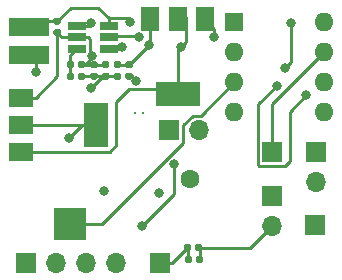
<source format=gbr>
%TF.GenerationSoftware,KiCad,Pcbnew,(5.1.6)-1*%
%TF.CreationDate,2020-10-15T17:46:37+08:00*%
%TF.ProjectId,Music_Player,4d757369-635f-4506-9c61-7965722e6b69,rev?*%
%TF.SameCoordinates,Original*%
%TF.FileFunction,Copper,L1,Top*%
%TF.FilePolarity,Positive*%
%FSLAX46Y46*%
G04 Gerber Fmt 4.6, Leading zero omitted, Abs format (unit mm)*
G04 Created by KiCad (PCBNEW (5.1.6)-1) date 2020-10-15 17:46:37*
%MOMM*%
%LPD*%
G01*
G04 APERTURE LIST*
%TA.AperFunction,ComponentPad*%
%ADD10C,0.320000*%
%TD*%
%TA.AperFunction,SMDPad,CuDef*%
%ADD11R,1.500000X2.000000*%
%TD*%
%TA.AperFunction,SMDPad,CuDef*%
%ADD12R,3.800000X2.000000*%
%TD*%
%TA.AperFunction,SMDPad,CuDef*%
%ADD13R,2.000000X1.500000*%
%TD*%
%TA.AperFunction,SMDPad,CuDef*%
%ADD14R,2.000000X3.800000*%
%TD*%
%TA.AperFunction,SMDPad,CuDef*%
%ADD15R,1.560000X0.650000*%
%TD*%
%TA.AperFunction,ComponentPad*%
%ADD16O,1.600000X1.600000*%
%TD*%
%TA.AperFunction,ComponentPad*%
%ADD17R,1.600000X1.600000*%
%TD*%
%TA.AperFunction,SMDPad,CuDef*%
%ADD18R,3.500000X1.600000*%
%TD*%
%TA.AperFunction,ComponentPad*%
%ADD19R,1.700000X1.700000*%
%TD*%
%TA.AperFunction,ComponentPad*%
%ADD20O,1.700000X1.700000*%
%TD*%
%TA.AperFunction,ComponentPad*%
%ADD21C,1.600000*%
%TD*%
%TA.AperFunction,ComponentPad*%
%ADD22R,2.700000X2.700000*%
%TD*%
%TA.AperFunction,ViaPad*%
%ADD23C,0.800000*%
%TD*%
%TA.AperFunction,Conductor*%
%ADD24C,0.250000*%
%TD*%
G04 APERTURE END LIST*
D10*
%TO.P,Y1,2*%
%TO.N,Net-(U2-Pad2)*%
X21700000Y-19300000D03*
%TO.P,Y1,1*%
%TO.N,Net-(U2-Pad1)*%
X21000000Y-19300000D03*
%TD*%
D11*
%TO.P,U5,1*%
%TO.N,GND*%
X26900000Y-11350000D03*
%TO.P,U5,3*%
%TO.N,Net-(C5-Pad1)*%
X22300000Y-11350000D03*
%TO.P,U5,2*%
%TO.N,+3V3*%
X24600000Y-11350000D03*
D12*
X24600000Y-17650000D03*
%TD*%
D13*
%TO.P,U4,1*%
%TO.N,GND*%
X11350000Y-18000000D03*
%TO.P,U4,3*%
%TO.N,+3V3*%
X11350000Y-22600000D03*
%TO.P,U4,2*%
%TO.N,CVDD*%
X11350000Y-20300000D03*
D14*
%TO.P,U4,4*%
X17650000Y-20300000D03*
%TD*%
D15*
%TO.P,U3,5*%
%TO.N,Net-(C3-Pad2)*%
X18750000Y-12900000D03*
%TO.P,U3,6*%
%TO.N,/BAT_PWR*%
X18750000Y-11950000D03*
%TO.P,U3,4*%
X18750000Y-13850000D03*
%TO.P,U3,3*%
%TO.N,Net-(R5-Pad1)*%
X16050000Y-13850000D03*
%TO.P,U3,2*%
%TO.N,GND*%
X16050000Y-12900000D03*
%TO.P,U3,1*%
%TO.N,Net-(L1-Pad2)*%
X16050000Y-11950000D03*
%TD*%
D16*
%TO.P,U2,8*%
%TO.N,+3V3*%
X37020000Y-11600000D03*
%TO.P,U2,4*%
%TO.N,GND*%
X29400000Y-19220000D03*
%TO.P,U2,7*%
%TO.N,/RTC_OUT*%
X37020000Y-14140000D03*
%TO.P,U2,3*%
%TO.N,Net-(BT1-Pad1)*%
X29400000Y-16680000D03*
%TO.P,U2,6*%
%TO.N,Net-(J1-Pad2)*%
X37020000Y-16680000D03*
%TO.P,U2,2*%
%TO.N,Net-(U2-Pad2)*%
X29400000Y-14140000D03*
%TO.P,U2,5*%
%TO.N,Net-(J1-Pad1)*%
X37020000Y-19220000D03*
D17*
%TO.P,U2,1*%
%TO.N,Net-(U2-Pad1)*%
X29400000Y-11600000D03*
%TD*%
%TO.P,R6,2*%
%TO.N,Net-(R5-Pad1)*%
%TA.AperFunction,SMDPad,CuDef*%
G36*
G01*
X15810000Y-15027500D02*
X15810000Y-15372500D01*
G75*
G02*
X15662500Y-15520000I-147500J0D01*
G01*
X15367500Y-15520000D01*
G75*
G02*
X15220000Y-15372500I0J147500D01*
G01*
X15220000Y-15027500D01*
G75*
G02*
X15367500Y-14880000I147500J0D01*
G01*
X15662500Y-14880000D01*
G75*
G02*
X15810000Y-15027500I0J-147500D01*
G01*
G37*
%TD.AperFunction*%
%TO.P,R6,1*%
%TO.N,GND*%
%TA.AperFunction,SMDPad,CuDef*%
G36*
G01*
X16780000Y-15027500D02*
X16780000Y-15372500D01*
G75*
G02*
X16632500Y-15520000I-147500J0D01*
G01*
X16337500Y-15520000D01*
G75*
G02*
X16190000Y-15372500I0J147500D01*
G01*
X16190000Y-15027500D01*
G75*
G02*
X16337500Y-14880000I147500J0D01*
G01*
X16632500Y-14880000D01*
G75*
G02*
X16780000Y-15027500I0J-147500D01*
G01*
G37*
%TD.AperFunction*%
%TD*%
%TO.P,R5,2*%
%TO.N,Net-(C3-Pad2)*%
%TA.AperFunction,SMDPad,CuDef*%
G36*
G01*
X16190000Y-16372500D02*
X16190000Y-16027500D01*
G75*
G02*
X16337500Y-15880000I147500J0D01*
G01*
X16632500Y-15880000D01*
G75*
G02*
X16780000Y-16027500I0J-147500D01*
G01*
X16780000Y-16372500D01*
G75*
G02*
X16632500Y-16520000I-147500J0D01*
G01*
X16337500Y-16520000D01*
G75*
G02*
X16190000Y-16372500I0J147500D01*
G01*
G37*
%TD.AperFunction*%
%TO.P,R5,1*%
%TO.N,Net-(R5-Pad1)*%
%TA.AperFunction,SMDPad,CuDef*%
G36*
G01*
X15220000Y-16372500D02*
X15220000Y-16027500D01*
G75*
G02*
X15367500Y-15880000I147500J0D01*
G01*
X15662500Y-15880000D01*
G75*
G02*
X15810000Y-16027500I0J-147500D01*
G01*
X15810000Y-16372500D01*
G75*
G02*
X15662500Y-16520000I-147500J0D01*
G01*
X15367500Y-16520000D01*
G75*
G02*
X15220000Y-16372500I0J147500D01*
G01*
G37*
%TD.AperFunction*%
%TD*%
D18*
%TO.P,L1,2*%
%TO.N,Net-(L1-Pad2)*%
X12000000Y-14400000D03*
%TO.P,L1,1*%
%TO.N,/BAT_PWR*%
X12000000Y-12000000D03*
%TD*%
D19*
%TO.P,J7,1*%
%TO.N,/RTC_OUT*%
X32600000Y-22600000D03*
%TD*%
%TO.P,J6,1*%
%TO.N,+3V3*%
X36200000Y-28800000D03*
%TD*%
%TO.P,J5,1*%
%TO.N,CVDD*%
X23100000Y-32000000D03*
%TD*%
D20*
%TO.P,J4,4*%
%TO.N,/BAT_D1*%
X19420000Y-32000000D03*
%TO.P,J4,3*%
%TO.N,/BAT_D2*%
X16880000Y-32000000D03*
%TO.P,J4,2*%
%TO.N,/BAT_D3*%
X14340000Y-32000000D03*
D19*
%TO.P,J4,1*%
%TO.N,/BAT_D4*%
X11800000Y-32000000D03*
%TD*%
D20*
%TO.P,J3,2*%
%TO.N,GND*%
X36300000Y-25140000D03*
D19*
%TO.P,J3,1*%
%TO.N,VBUS*%
X36300000Y-22600000D03*
%TD*%
D20*
%TO.P,J2,2*%
%TO.N,GND*%
X32600000Y-28840000D03*
D19*
%TO.P,J2,1*%
%TO.N,/bat_+*%
X32600000Y-26300000D03*
%TD*%
D20*
%TO.P,J1,2*%
%TO.N,Net-(J1-Pad2)*%
X26440000Y-20700000D03*
D19*
%TO.P,J1,1*%
%TO.N,Net-(J1-Pad1)*%
X23900000Y-20700000D03*
%TD*%
%TO.P,D3,2*%
%TO.N,Net-(C5-Pad1)*%
%TA.AperFunction,SMDPad,CuDef*%
G36*
G01*
X20672500Y-15510000D02*
X20327500Y-15510000D01*
G75*
G02*
X20180000Y-15362500I0J147500D01*
G01*
X20180000Y-15067500D01*
G75*
G02*
X20327500Y-14920000I147500J0D01*
G01*
X20672500Y-14920000D01*
G75*
G02*
X20820000Y-15067500I0J-147500D01*
G01*
X20820000Y-15362500D01*
G75*
G02*
X20672500Y-15510000I-147500J0D01*
G01*
G37*
%TD.AperFunction*%
%TO.P,D3,1*%
%TO.N,+5V*%
%TA.AperFunction,SMDPad,CuDef*%
G36*
G01*
X20672500Y-16480000D02*
X20327500Y-16480000D01*
G75*
G02*
X20180000Y-16332500I0J147500D01*
G01*
X20180000Y-16037500D01*
G75*
G02*
X20327500Y-15890000I147500J0D01*
G01*
X20672500Y-15890000D01*
G75*
G02*
X20820000Y-16037500I0J-147500D01*
G01*
X20820000Y-16332500D01*
G75*
G02*
X20672500Y-16480000I-147500J0D01*
G01*
G37*
%TD.AperFunction*%
%TD*%
%TO.P,D2,2*%
%TO.N,Net-(C5-Pad1)*%
%TA.AperFunction,SMDPad,CuDef*%
G36*
G01*
X19672500Y-15510000D02*
X19327500Y-15510000D01*
G75*
G02*
X19180000Y-15362500I0J147500D01*
G01*
X19180000Y-15067500D01*
G75*
G02*
X19327500Y-14920000I147500J0D01*
G01*
X19672500Y-14920000D01*
G75*
G02*
X19820000Y-15067500I0J-147500D01*
G01*
X19820000Y-15362500D01*
G75*
G02*
X19672500Y-15510000I-147500J0D01*
G01*
G37*
%TD.AperFunction*%
%TO.P,D2,1*%
%TO.N,Net-(C3-Pad2)*%
%TA.AperFunction,SMDPad,CuDef*%
G36*
G01*
X19672500Y-16480000D02*
X19327500Y-16480000D01*
G75*
G02*
X19180000Y-16332500I0J147500D01*
G01*
X19180000Y-16037500D01*
G75*
G02*
X19327500Y-15890000I147500J0D01*
G01*
X19672500Y-15890000D01*
G75*
G02*
X19820000Y-16037500I0J-147500D01*
G01*
X19820000Y-16332500D01*
G75*
G02*
X19672500Y-16480000I-147500J0D01*
G01*
G37*
%TD.AperFunction*%
%TD*%
%TO.P,C8,2*%
%TO.N,GND*%
%TA.AperFunction,SMDPad,CuDef*%
G36*
G01*
X26190000Y-31872500D02*
X26190000Y-31527500D01*
G75*
G02*
X26337500Y-31380000I147500J0D01*
G01*
X26632500Y-31380000D01*
G75*
G02*
X26780000Y-31527500I0J-147500D01*
G01*
X26780000Y-31872500D01*
G75*
G02*
X26632500Y-32020000I-147500J0D01*
G01*
X26337500Y-32020000D01*
G75*
G02*
X26190000Y-31872500I0J147500D01*
G01*
G37*
%TD.AperFunction*%
%TO.P,C8,1*%
%TO.N,CVDD*%
%TA.AperFunction,SMDPad,CuDef*%
G36*
G01*
X25220000Y-31872500D02*
X25220000Y-31527500D01*
G75*
G02*
X25367500Y-31380000I147500J0D01*
G01*
X25662500Y-31380000D01*
G75*
G02*
X25810000Y-31527500I0J-147500D01*
G01*
X25810000Y-31872500D01*
G75*
G02*
X25662500Y-32020000I-147500J0D01*
G01*
X25367500Y-32020000D01*
G75*
G02*
X25220000Y-31872500I0J147500D01*
G01*
G37*
%TD.AperFunction*%
%TD*%
%TO.P,C7,2*%
%TO.N,GND*%
%TA.AperFunction,SMDPad,CuDef*%
G36*
G01*
X26090000Y-30872500D02*
X26090000Y-30527500D01*
G75*
G02*
X26237500Y-30380000I147500J0D01*
G01*
X26532500Y-30380000D01*
G75*
G02*
X26680000Y-30527500I0J-147500D01*
G01*
X26680000Y-30872500D01*
G75*
G02*
X26532500Y-31020000I-147500J0D01*
G01*
X26237500Y-31020000D01*
G75*
G02*
X26090000Y-30872500I0J147500D01*
G01*
G37*
%TD.AperFunction*%
%TO.P,C7,1*%
%TO.N,CVDD*%
%TA.AperFunction,SMDPad,CuDef*%
G36*
G01*
X25120000Y-30872500D02*
X25120000Y-30527500D01*
G75*
G02*
X25267500Y-30380000I147500J0D01*
G01*
X25562500Y-30380000D01*
G75*
G02*
X25710000Y-30527500I0J-147500D01*
G01*
X25710000Y-30872500D01*
G75*
G02*
X25562500Y-31020000I-147500J0D01*
G01*
X25267500Y-31020000D01*
G75*
G02*
X25120000Y-30872500I0J147500D01*
G01*
G37*
%TD.AperFunction*%
%TD*%
%TO.P,C4,2*%
%TO.N,Net-(C3-Pad2)*%
%TA.AperFunction,SMDPad,CuDef*%
G36*
G01*
X18327500Y-15875000D02*
X18672500Y-15875000D01*
G75*
G02*
X18820000Y-16022500I0J-147500D01*
G01*
X18820000Y-16317500D01*
G75*
G02*
X18672500Y-16465000I-147500J0D01*
G01*
X18327500Y-16465000D01*
G75*
G02*
X18180000Y-16317500I0J147500D01*
G01*
X18180000Y-16022500D01*
G75*
G02*
X18327500Y-15875000I147500J0D01*
G01*
G37*
%TD.AperFunction*%
%TO.P,C4,1*%
%TO.N,GND*%
%TA.AperFunction,SMDPad,CuDef*%
G36*
G01*
X18327500Y-14905000D02*
X18672500Y-14905000D01*
G75*
G02*
X18820000Y-15052500I0J-147500D01*
G01*
X18820000Y-15347500D01*
G75*
G02*
X18672500Y-15495000I-147500J0D01*
G01*
X18327500Y-15495000D01*
G75*
G02*
X18180000Y-15347500I0J147500D01*
G01*
X18180000Y-15052500D01*
G75*
G02*
X18327500Y-14905000I147500J0D01*
G01*
G37*
%TD.AperFunction*%
%TD*%
%TO.P,C3,2*%
%TO.N,Net-(C3-Pad2)*%
%TA.AperFunction,SMDPad,CuDef*%
G36*
G01*
X17327500Y-15890000D02*
X17672500Y-15890000D01*
G75*
G02*
X17820000Y-16037500I0J-147500D01*
G01*
X17820000Y-16332500D01*
G75*
G02*
X17672500Y-16480000I-147500J0D01*
G01*
X17327500Y-16480000D01*
G75*
G02*
X17180000Y-16332500I0J147500D01*
G01*
X17180000Y-16037500D01*
G75*
G02*
X17327500Y-15890000I147500J0D01*
G01*
G37*
%TD.AperFunction*%
%TO.P,C3,1*%
%TO.N,GND*%
%TA.AperFunction,SMDPad,CuDef*%
G36*
G01*
X17327500Y-14920000D02*
X17672500Y-14920000D01*
G75*
G02*
X17820000Y-15067500I0J-147500D01*
G01*
X17820000Y-15362500D01*
G75*
G02*
X17672500Y-15510000I-147500J0D01*
G01*
X17327500Y-15510000D01*
G75*
G02*
X17180000Y-15362500I0J147500D01*
G01*
X17180000Y-15067500D01*
G75*
G02*
X17327500Y-14920000I147500J0D01*
G01*
G37*
%TD.AperFunction*%
%TD*%
%TO.P,C2,2*%
%TO.N,/BAT_PWR*%
%TA.AperFunction,SMDPad,CuDef*%
G36*
G01*
X14572500Y-11810000D02*
X14227500Y-11810000D01*
G75*
G02*
X14080000Y-11662500I0J147500D01*
G01*
X14080000Y-11367500D01*
G75*
G02*
X14227500Y-11220000I147500J0D01*
G01*
X14572500Y-11220000D01*
G75*
G02*
X14720000Y-11367500I0J-147500D01*
G01*
X14720000Y-11662500D01*
G75*
G02*
X14572500Y-11810000I-147500J0D01*
G01*
G37*
%TD.AperFunction*%
%TO.P,C2,1*%
%TO.N,GND*%
%TA.AperFunction,SMDPad,CuDef*%
G36*
G01*
X14572500Y-12780000D02*
X14227500Y-12780000D01*
G75*
G02*
X14080000Y-12632500I0J147500D01*
G01*
X14080000Y-12337500D01*
G75*
G02*
X14227500Y-12190000I147500J0D01*
G01*
X14572500Y-12190000D01*
G75*
G02*
X14720000Y-12337500I0J-147500D01*
G01*
X14720000Y-12632500D01*
G75*
G02*
X14572500Y-12780000I-147500J0D01*
G01*
G37*
%TD.AperFunction*%
%TD*%
D21*
%TO.P,BT1,2*%
%TO.N,GND*%
X25670000Y-24850000D03*
D22*
%TO.P,BT1,1*%
%TO.N,Net-(BT1-Pad1)*%
X15500000Y-28700000D03*
%TD*%
D23*
%TO.N,GND*%
X17371185Y-14434078D03*
X27700000Y-12900000D03*
X18400000Y-25900000D03*
%TO.N,+3V3*%
X24900000Y-13700000D03*
%TO.N,CVDD*%
X15400000Y-21400000D03*
%TO.N,/BAT_PWR*%
X23000000Y-26100000D03*
X20600000Y-11600004D03*
X19900000Y-13700000D03*
%TO.N,Net-(D1-Pad2)*%
X33700000Y-15500000D03*
X34200000Y-11700000D03*
%TO.N,+5V*%
X21100000Y-16575000D03*
%TO.N,Net-(L1-Pad2)*%
X12600000Y-15800000D03*
X17300000Y-11699996D03*
%TO.N,/BAT+*%
X21600000Y-28900000D03*
X24305154Y-23605154D03*
%TO.N,Net-(C3-Pad2)*%
X21300000Y-12900000D03*
X17300000Y-17200000D03*
%TO.N,Net-(C5-Pad1)*%
X22157500Y-13557500D03*
%TO.N,Net-(J1-Pad2)*%
X33000000Y-17000000D03*
X35500000Y-17800000D03*
%TD*%
D24*
%TO.N,GND*%
X16485000Y-15200000D02*
X18500000Y-15200000D01*
X16780000Y-15200000D02*
X17155001Y-14824999D01*
X16485000Y-15200000D02*
X16780000Y-15200000D01*
X14815000Y-12900000D02*
X14400000Y-12485000D01*
X16050000Y-12900000D02*
X14815000Y-12900000D01*
X17155001Y-14824999D02*
X17155001Y-14650262D01*
X17155001Y-14650262D02*
X17371185Y-14434078D01*
X14400000Y-16200000D02*
X14400000Y-12485000D01*
X12600000Y-18000000D02*
X14400000Y-16200000D01*
X11350000Y-18000000D02*
X12600000Y-18000000D01*
X26900000Y-11350000D02*
X27700000Y-12150000D01*
X27700000Y-12150000D02*
X27700000Y-12900000D01*
X30740000Y-30700000D02*
X32600000Y-28840000D01*
X26385000Y-30700000D02*
X30740000Y-30700000D01*
X26485000Y-30800000D02*
X26385000Y-30700000D01*
X26485000Y-31600000D02*
X26485000Y-30800000D01*
X17155001Y-13069980D02*
X16985021Y-12900000D01*
X17155001Y-14824999D02*
X17155001Y-13069980D01*
X16985021Y-12900000D02*
X16050000Y-12900000D01*
%TO.N,Net-(BT1-Pad1)*%
X18185002Y-28700000D02*
X15500000Y-28700000D01*
X25075001Y-21810001D02*
X18185002Y-28700000D01*
X25075001Y-20325997D02*
X25075001Y-21810001D01*
X25875999Y-19524999D02*
X25075001Y-20325997D01*
X26555001Y-19524999D02*
X25875999Y-19524999D01*
X29400000Y-16680000D02*
X26555001Y-19524999D01*
%TO.N,+3V3*%
X18835002Y-22600000D02*
X19400000Y-22035002D01*
X11350000Y-22600000D02*
X18835002Y-22600000D01*
X19400000Y-22035002D02*
X19400000Y-18400000D01*
X19400000Y-18400000D02*
X20500000Y-17300000D01*
X20500000Y-17300000D02*
X23785002Y-17300000D01*
X25299999Y-13300001D02*
X25299999Y-11226997D01*
X24848001Y-10774999D02*
X24600000Y-10774999D01*
X24900000Y-13700000D02*
X25299999Y-13300001D01*
X25299999Y-11226997D02*
X24848001Y-10774999D01*
X24600000Y-14000000D02*
X24900000Y-13700000D01*
X24600000Y-17650000D02*
X24600000Y-14000000D01*
%TO.N,CVDD*%
X11350000Y-20300000D02*
X17650000Y-20300000D01*
X16500000Y-20300000D02*
X17650000Y-20300000D01*
X15400000Y-21400000D02*
X16500000Y-20300000D01*
X24115000Y-32000000D02*
X25415000Y-30700000D01*
X23100000Y-32000000D02*
X24115000Y-32000000D01*
X25515000Y-30800000D02*
X25415000Y-30700000D01*
X25515000Y-31600000D02*
X25515000Y-30800000D01*
%TO.N,/BAT_PWR*%
X12485000Y-11515000D02*
X14400000Y-11515000D01*
X12000000Y-12000000D02*
X12485000Y-11515000D01*
X15540002Y-10374998D02*
X17848002Y-10374998D01*
X14400000Y-11515000D02*
X15540002Y-10374998D01*
X17848002Y-10374998D02*
X18750000Y-11276996D01*
X20276992Y-11276996D02*
X20600000Y-11600004D01*
X18750000Y-11276996D02*
X20276992Y-11276996D01*
X18750000Y-11950000D02*
X18750000Y-11276996D01*
X18750000Y-13850000D02*
X19750000Y-13850000D01*
X19750000Y-13850000D02*
X19900000Y-13700000D01*
%TO.N,Net-(D1-Pad2)*%
X33700000Y-15500000D02*
X34200000Y-15000000D01*
X34200000Y-15000000D02*
X34200000Y-11700000D01*
%TO.N,+5V*%
X20500000Y-16185000D02*
X20710000Y-16185000D01*
X20710000Y-16185000D02*
X21100000Y-16575000D01*
%TO.N,Net-(L1-Pad2)*%
X12600000Y-15000000D02*
X12600000Y-15800000D01*
X12000000Y-14400000D02*
X12600000Y-15000000D01*
X16050000Y-11950000D02*
X17049996Y-11950000D01*
X17049996Y-11950000D02*
X17300000Y-11699996D01*
%TO.N,/BAT+*%
X21600000Y-28900000D02*
X24305154Y-26194846D01*
X24305154Y-26194846D02*
X24305154Y-23605154D01*
%TO.N,Net-(R5-Pad1)*%
X15515000Y-14385000D02*
X15515000Y-15200000D01*
X16050000Y-13850000D02*
X15515000Y-14385000D01*
X15515000Y-15200000D02*
X15515000Y-16200000D01*
%TO.N,Net-(C3-Pad2)*%
X16515000Y-16170000D02*
X16485000Y-16200000D01*
X18500000Y-16170000D02*
X16515000Y-16170000D01*
X19485000Y-16170000D02*
X19500000Y-16185000D01*
X18500000Y-16170000D02*
X19485000Y-16170000D01*
X19500000Y-16185000D02*
X18315000Y-16185000D01*
X18315000Y-16185000D02*
X17300000Y-17200000D01*
X21174998Y-12774998D02*
X21300000Y-12900000D01*
X18750000Y-12900000D02*
X18875002Y-12774998D01*
X18875002Y-12774998D02*
X21174998Y-12774998D01*
%TO.N,Net-(C5-Pad1)*%
X19500000Y-15215000D02*
X20500000Y-15215000D01*
X20500000Y-15215000D02*
X22300000Y-13415000D01*
X22300000Y-13415000D02*
X22157500Y-13557500D01*
X22300000Y-11350000D02*
X22300000Y-13415000D01*
%TO.N,Net-(J1-Pad2)*%
X34096410Y-19203590D02*
X35500000Y-17800000D01*
X31424999Y-18575001D02*
X31424999Y-23710001D01*
X33000000Y-17000000D02*
X31424999Y-18575001D01*
X31424999Y-23710001D02*
X31489999Y-23775001D01*
X34096410Y-23388592D02*
X34096410Y-19203590D01*
X31489999Y-23775001D02*
X33710001Y-23775001D01*
X33710001Y-23775001D02*
X34096410Y-23388592D01*
%TO.N,/RTC_OUT*%
X32600000Y-18560000D02*
X37020000Y-14140000D01*
X32600000Y-22600000D02*
X32600000Y-18560000D01*
%TD*%
M02*

</source>
